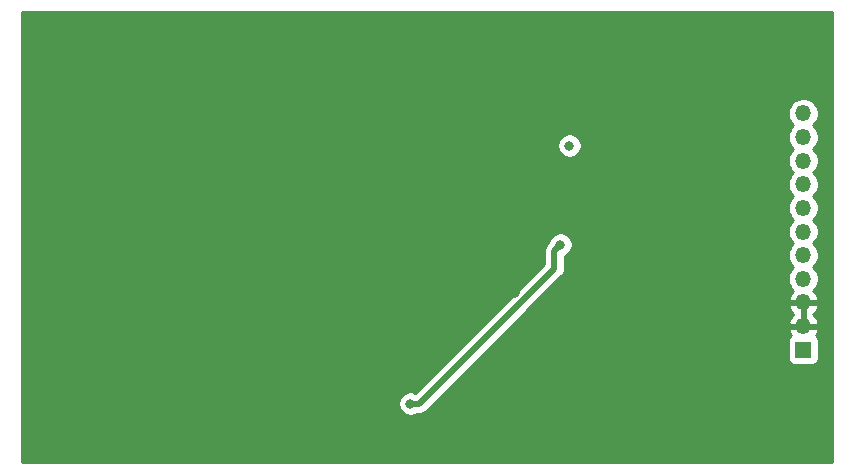
<source format=gbr>
G04 #@! TF.GenerationSoftware,KiCad,Pcbnew,(5.1.5-0-10_14)*
G04 #@! TF.CreationDate,2020-05-27T20:18:48+02:00*
G04 #@! TF.ProjectId,roxie-lcd,726f7869-652d-46c6-9364-2e6b69636164,rev?*
G04 #@! TF.SameCoordinates,Original*
G04 #@! TF.FileFunction,Copper,L2,Bot*
G04 #@! TF.FilePolarity,Positive*
%FSLAX46Y46*%
G04 Gerber Fmt 4.6, Leading zero omitted, Abs format (unit mm)*
G04 Created by KiCad (PCBNEW (5.1.5-0-10_14)) date 2020-05-27 20:18:48*
%MOMM*%
%LPD*%
G04 APERTURE LIST*
%ADD10O,1.350000X1.350000*%
%ADD11R,1.350000X1.350000*%
%ADD12C,0.800000*%
%ADD13C,0.500000*%
%ADD14C,0.254000*%
G04 APERTURE END LIST*
D10*
X85852000Y-28258000D03*
X85852000Y-30258000D03*
X85852000Y-32258000D03*
X85852000Y-34258000D03*
X85852000Y-36258000D03*
X85852000Y-38258000D03*
X85852000Y-40258000D03*
X85852000Y-42258000D03*
X85852000Y-44258000D03*
X85852000Y-46258000D03*
D11*
X85852000Y-48258000D03*
D12*
X61468000Y-43434000D03*
X72771000Y-45847000D03*
X73406000Y-36322000D03*
X59436000Y-36957000D03*
X48260000Y-50165000D03*
X43815000Y-49530000D03*
X43815000Y-31750000D03*
X43815000Y-26035000D03*
X65024000Y-28702000D03*
X52578000Y-52832000D03*
X65278000Y-39370000D03*
X66040000Y-30988000D03*
D13*
X53328002Y-52832000D02*
X64770000Y-41390002D01*
X52578000Y-52832000D02*
X53328002Y-52832000D01*
X64770000Y-39878000D02*
X65278000Y-39370000D01*
X64770000Y-41390002D02*
X64770000Y-39878000D01*
D14*
G36*
X88265000Y-57785000D02*
G01*
X19685000Y-57785000D01*
X19685000Y-52730061D01*
X51543000Y-52730061D01*
X51543000Y-52933939D01*
X51582774Y-53133898D01*
X51660795Y-53322256D01*
X51774063Y-53491774D01*
X51918226Y-53635937D01*
X52087744Y-53749205D01*
X52276102Y-53827226D01*
X52476061Y-53867000D01*
X52679939Y-53867000D01*
X52879898Y-53827226D01*
X53068256Y-53749205D01*
X53116454Y-53717000D01*
X53284533Y-53717000D01*
X53328002Y-53721281D01*
X53371471Y-53717000D01*
X53371479Y-53717000D01*
X53501492Y-53704195D01*
X53668315Y-53653589D01*
X53822061Y-53571411D01*
X53956819Y-53460817D01*
X53984536Y-53427044D01*
X59828580Y-47583000D01*
X84538928Y-47583000D01*
X84538928Y-48933000D01*
X84551188Y-49057482D01*
X84587498Y-49177180D01*
X84646463Y-49287494D01*
X84725815Y-49384185D01*
X84822506Y-49463537D01*
X84932820Y-49522502D01*
X85052518Y-49558812D01*
X85177000Y-49571072D01*
X86527000Y-49571072D01*
X86651482Y-49558812D01*
X86771180Y-49522502D01*
X86881494Y-49463537D01*
X86978185Y-49384185D01*
X87057537Y-49287494D01*
X87116502Y-49177180D01*
X87152812Y-49057482D01*
X87165072Y-48933000D01*
X87165072Y-47583000D01*
X87152812Y-47458518D01*
X87116502Y-47338820D01*
X87057537Y-47228506D01*
X86978185Y-47131815D01*
X86884441Y-47054881D01*
X86981473Y-46921629D01*
X87089238Y-46688528D01*
X87119910Y-46587400D01*
X86996224Y-46385000D01*
X85979000Y-46385000D01*
X85979000Y-46405000D01*
X85725000Y-46405000D01*
X85725000Y-46385000D01*
X84707776Y-46385000D01*
X84584090Y-46587400D01*
X84614762Y-46688528D01*
X84722527Y-46921629D01*
X84819559Y-47054881D01*
X84725815Y-47131815D01*
X84646463Y-47228506D01*
X84587498Y-47338820D01*
X84551188Y-47458518D01*
X84538928Y-47583000D01*
X59828580Y-47583000D01*
X62824180Y-44587400D01*
X84584090Y-44587400D01*
X84614762Y-44688528D01*
X84722527Y-44921629D01*
X84873697Y-45129227D01*
X85013304Y-45258000D01*
X84873697Y-45386773D01*
X84722527Y-45594371D01*
X84614762Y-45827472D01*
X84584090Y-45928600D01*
X84707776Y-46131000D01*
X85725000Y-46131000D01*
X85725000Y-44385000D01*
X85979000Y-44385000D01*
X85979000Y-46131000D01*
X86996224Y-46131000D01*
X87119910Y-45928600D01*
X87089238Y-45827472D01*
X86981473Y-45594371D01*
X86830303Y-45386773D01*
X86690696Y-45258000D01*
X86830303Y-45129227D01*
X86981473Y-44921629D01*
X87089238Y-44688528D01*
X87119910Y-44587400D01*
X86996224Y-44385000D01*
X85979000Y-44385000D01*
X85725000Y-44385000D01*
X84707776Y-44385000D01*
X84584090Y-44587400D01*
X62824180Y-44587400D01*
X65365051Y-42046530D01*
X65398817Y-42018819D01*
X65509411Y-41884061D01*
X65591589Y-41730315D01*
X65642195Y-41563492D01*
X65655000Y-41433479D01*
X65655000Y-41433471D01*
X65659281Y-41390002D01*
X65655000Y-41346533D01*
X65655000Y-40334118D01*
X65768256Y-40287205D01*
X65937774Y-40173937D01*
X66081937Y-40029774D01*
X66195205Y-39860256D01*
X66273226Y-39671898D01*
X66313000Y-39471939D01*
X66313000Y-39268061D01*
X66273226Y-39068102D01*
X66195205Y-38879744D01*
X66081937Y-38710226D01*
X65937774Y-38566063D01*
X65768256Y-38452795D01*
X65579898Y-38374774D01*
X65379939Y-38335000D01*
X65176061Y-38335000D01*
X64976102Y-38374774D01*
X64787744Y-38452795D01*
X64618226Y-38566063D01*
X64474063Y-38710226D01*
X64360795Y-38879744D01*
X64282774Y-39068102D01*
X64271465Y-39124957D01*
X64174952Y-39221470D01*
X64141184Y-39249183D01*
X64113471Y-39282951D01*
X64113468Y-39282954D01*
X64030590Y-39383941D01*
X63948412Y-39537687D01*
X63897805Y-39704510D01*
X63880719Y-39878000D01*
X63885001Y-39921479D01*
X63885000Y-41023423D01*
X53015487Y-51892937D01*
X52879898Y-51836774D01*
X52679939Y-51797000D01*
X52476061Y-51797000D01*
X52276102Y-51836774D01*
X52087744Y-51914795D01*
X51918226Y-52028063D01*
X51774063Y-52172226D01*
X51660795Y-52341744D01*
X51582774Y-52530102D01*
X51543000Y-52730061D01*
X19685000Y-52730061D01*
X19685000Y-30886061D01*
X65005000Y-30886061D01*
X65005000Y-31089939D01*
X65044774Y-31289898D01*
X65122795Y-31478256D01*
X65236063Y-31647774D01*
X65380226Y-31791937D01*
X65549744Y-31905205D01*
X65738102Y-31983226D01*
X65938061Y-32023000D01*
X66141939Y-32023000D01*
X66341898Y-31983226D01*
X66530256Y-31905205D01*
X66699774Y-31791937D01*
X66843937Y-31647774D01*
X66957205Y-31478256D01*
X67035226Y-31289898D01*
X67075000Y-31089939D01*
X67075000Y-30886061D01*
X67035226Y-30686102D01*
X66957205Y-30497744D01*
X66843937Y-30328226D01*
X66699774Y-30184063D01*
X66530256Y-30070795D01*
X66341898Y-29992774D01*
X66141939Y-29953000D01*
X65938061Y-29953000D01*
X65738102Y-29992774D01*
X65549744Y-30070795D01*
X65380226Y-30184063D01*
X65236063Y-30328226D01*
X65122795Y-30497744D01*
X65044774Y-30686102D01*
X65005000Y-30886061D01*
X19685000Y-30886061D01*
X19685000Y-28128976D01*
X84542000Y-28128976D01*
X84542000Y-28387024D01*
X84592342Y-28640113D01*
X84691093Y-28878518D01*
X84834456Y-29093077D01*
X84999379Y-29258000D01*
X84834456Y-29422923D01*
X84691093Y-29637482D01*
X84592342Y-29875887D01*
X84542000Y-30128976D01*
X84542000Y-30387024D01*
X84592342Y-30640113D01*
X84691093Y-30878518D01*
X84834456Y-31093077D01*
X84999379Y-31258000D01*
X84834456Y-31422923D01*
X84691093Y-31637482D01*
X84592342Y-31875887D01*
X84542000Y-32128976D01*
X84542000Y-32387024D01*
X84592342Y-32640113D01*
X84691093Y-32878518D01*
X84834456Y-33093077D01*
X84999379Y-33258000D01*
X84834456Y-33422923D01*
X84691093Y-33637482D01*
X84592342Y-33875887D01*
X84542000Y-34128976D01*
X84542000Y-34387024D01*
X84592342Y-34640113D01*
X84691093Y-34878518D01*
X84834456Y-35093077D01*
X84999379Y-35258000D01*
X84834456Y-35422923D01*
X84691093Y-35637482D01*
X84592342Y-35875887D01*
X84542000Y-36128976D01*
X84542000Y-36387024D01*
X84592342Y-36640113D01*
X84691093Y-36878518D01*
X84834456Y-37093077D01*
X84999379Y-37258000D01*
X84834456Y-37422923D01*
X84691093Y-37637482D01*
X84592342Y-37875887D01*
X84542000Y-38128976D01*
X84542000Y-38387024D01*
X84592342Y-38640113D01*
X84691093Y-38878518D01*
X84834456Y-39093077D01*
X84999379Y-39258000D01*
X84834456Y-39422923D01*
X84691093Y-39637482D01*
X84592342Y-39875887D01*
X84542000Y-40128976D01*
X84542000Y-40387024D01*
X84592342Y-40640113D01*
X84691093Y-40878518D01*
X84834456Y-41093077D01*
X84999379Y-41258000D01*
X84834456Y-41422923D01*
X84691093Y-41637482D01*
X84592342Y-41875887D01*
X84542000Y-42128976D01*
X84542000Y-42387024D01*
X84592342Y-42640113D01*
X84691093Y-42878518D01*
X84834456Y-43093077D01*
X85006060Y-43264681D01*
X84873697Y-43386773D01*
X84722527Y-43594371D01*
X84614762Y-43827472D01*
X84584090Y-43928600D01*
X84707776Y-44131000D01*
X85725000Y-44131000D01*
X85725000Y-44111000D01*
X85979000Y-44111000D01*
X85979000Y-44131000D01*
X86996224Y-44131000D01*
X87119910Y-43928600D01*
X87089238Y-43827472D01*
X86981473Y-43594371D01*
X86830303Y-43386773D01*
X86697940Y-43264681D01*
X86869544Y-43093077D01*
X87012907Y-42878518D01*
X87111658Y-42640113D01*
X87162000Y-42387024D01*
X87162000Y-42128976D01*
X87111658Y-41875887D01*
X87012907Y-41637482D01*
X86869544Y-41422923D01*
X86704621Y-41258000D01*
X86869544Y-41093077D01*
X87012907Y-40878518D01*
X87111658Y-40640113D01*
X87162000Y-40387024D01*
X87162000Y-40128976D01*
X87111658Y-39875887D01*
X87012907Y-39637482D01*
X86869544Y-39422923D01*
X86704621Y-39258000D01*
X86869544Y-39093077D01*
X87012907Y-38878518D01*
X87111658Y-38640113D01*
X87162000Y-38387024D01*
X87162000Y-38128976D01*
X87111658Y-37875887D01*
X87012907Y-37637482D01*
X86869544Y-37422923D01*
X86704621Y-37258000D01*
X86869544Y-37093077D01*
X87012907Y-36878518D01*
X87111658Y-36640113D01*
X87162000Y-36387024D01*
X87162000Y-36128976D01*
X87111658Y-35875887D01*
X87012907Y-35637482D01*
X86869544Y-35422923D01*
X86704621Y-35258000D01*
X86869544Y-35093077D01*
X87012907Y-34878518D01*
X87111658Y-34640113D01*
X87162000Y-34387024D01*
X87162000Y-34128976D01*
X87111658Y-33875887D01*
X87012907Y-33637482D01*
X86869544Y-33422923D01*
X86704621Y-33258000D01*
X86869544Y-33093077D01*
X87012907Y-32878518D01*
X87111658Y-32640113D01*
X87162000Y-32387024D01*
X87162000Y-32128976D01*
X87111658Y-31875887D01*
X87012907Y-31637482D01*
X86869544Y-31422923D01*
X86704621Y-31258000D01*
X86869544Y-31093077D01*
X87012907Y-30878518D01*
X87111658Y-30640113D01*
X87162000Y-30387024D01*
X87162000Y-30128976D01*
X87111658Y-29875887D01*
X87012907Y-29637482D01*
X86869544Y-29422923D01*
X86704621Y-29258000D01*
X86869544Y-29093077D01*
X87012907Y-28878518D01*
X87111658Y-28640113D01*
X87162000Y-28387024D01*
X87162000Y-28128976D01*
X87111658Y-27875887D01*
X87012907Y-27637482D01*
X86869544Y-27422923D01*
X86687077Y-27240456D01*
X86472518Y-27097093D01*
X86234113Y-26998342D01*
X85981024Y-26948000D01*
X85722976Y-26948000D01*
X85469887Y-26998342D01*
X85231482Y-27097093D01*
X85016923Y-27240456D01*
X84834456Y-27422923D01*
X84691093Y-27637482D01*
X84592342Y-27875887D01*
X84542000Y-28128976D01*
X19685000Y-28128976D01*
X19685000Y-19685000D01*
X88265000Y-19685000D01*
X88265000Y-57785000D01*
G37*
X88265000Y-57785000D02*
X19685000Y-57785000D01*
X19685000Y-52730061D01*
X51543000Y-52730061D01*
X51543000Y-52933939D01*
X51582774Y-53133898D01*
X51660795Y-53322256D01*
X51774063Y-53491774D01*
X51918226Y-53635937D01*
X52087744Y-53749205D01*
X52276102Y-53827226D01*
X52476061Y-53867000D01*
X52679939Y-53867000D01*
X52879898Y-53827226D01*
X53068256Y-53749205D01*
X53116454Y-53717000D01*
X53284533Y-53717000D01*
X53328002Y-53721281D01*
X53371471Y-53717000D01*
X53371479Y-53717000D01*
X53501492Y-53704195D01*
X53668315Y-53653589D01*
X53822061Y-53571411D01*
X53956819Y-53460817D01*
X53984536Y-53427044D01*
X59828580Y-47583000D01*
X84538928Y-47583000D01*
X84538928Y-48933000D01*
X84551188Y-49057482D01*
X84587498Y-49177180D01*
X84646463Y-49287494D01*
X84725815Y-49384185D01*
X84822506Y-49463537D01*
X84932820Y-49522502D01*
X85052518Y-49558812D01*
X85177000Y-49571072D01*
X86527000Y-49571072D01*
X86651482Y-49558812D01*
X86771180Y-49522502D01*
X86881494Y-49463537D01*
X86978185Y-49384185D01*
X87057537Y-49287494D01*
X87116502Y-49177180D01*
X87152812Y-49057482D01*
X87165072Y-48933000D01*
X87165072Y-47583000D01*
X87152812Y-47458518D01*
X87116502Y-47338820D01*
X87057537Y-47228506D01*
X86978185Y-47131815D01*
X86884441Y-47054881D01*
X86981473Y-46921629D01*
X87089238Y-46688528D01*
X87119910Y-46587400D01*
X86996224Y-46385000D01*
X85979000Y-46385000D01*
X85979000Y-46405000D01*
X85725000Y-46405000D01*
X85725000Y-46385000D01*
X84707776Y-46385000D01*
X84584090Y-46587400D01*
X84614762Y-46688528D01*
X84722527Y-46921629D01*
X84819559Y-47054881D01*
X84725815Y-47131815D01*
X84646463Y-47228506D01*
X84587498Y-47338820D01*
X84551188Y-47458518D01*
X84538928Y-47583000D01*
X59828580Y-47583000D01*
X62824180Y-44587400D01*
X84584090Y-44587400D01*
X84614762Y-44688528D01*
X84722527Y-44921629D01*
X84873697Y-45129227D01*
X85013304Y-45258000D01*
X84873697Y-45386773D01*
X84722527Y-45594371D01*
X84614762Y-45827472D01*
X84584090Y-45928600D01*
X84707776Y-46131000D01*
X85725000Y-46131000D01*
X85725000Y-44385000D01*
X85979000Y-44385000D01*
X85979000Y-46131000D01*
X86996224Y-46131000D01*
X87119910Y-45928600D01*
X87089238Y-45827472D01*
X86981473Y-45594371D01*
X86830303Y-45386773D01*
X86690696Y-45258000D01*
X86830303Y-45129227D01*
X86981473Y-44921629D01*
X87089238Y-44688528D01*
X87119910Y-44587400D01*
X86996224Y-44385000D01*
X85979000Y-44385000D01*
X85725000Y-44385000D01*
X84707776Y-44385000D01*
X84584090Y-44587400D01*
X62824180Y-44587400D01*
X65365051Y-42046530D01*
X65398817Y-42018819D01*
X65509411Y-41884061D01*
X65591589Y-41730315D01*
X65642195Y-41563492D01*
X65655000Y-41433479D01*
X65655000Y-41433471D01*
X65659281Y-41390002D01*
X65655000Y-41346533D01*
X65655000Y-40334118D01*
X65768256Y-40287205D01*
X65937774Y-40173937D01*
X66081937Y-40029774D01*
X66195205Y-39860256D01*
X66273226Y-39671898D01*
X66313000Y-39471939D01*
X66313000Y-39268061D01*
X66273226Y-39068102D01*
X66195205Y-38879744D01*
X66081937Y-38710226D01*
X65937774Y-38566063D01*
X65768256Y-38452795D01*
X65579898Y-38374774D01*
X65379939Y-38335000D01*
X65176061Y-38335000D01*
X64976102Y-38374774D01*
X64787744Y-38452795D01*
X64618226Y-38566063D01*
X64474063Y-38710226D01*
X64360795Y-38879744D01*
X64282774Y-39068102D01*
X64271465Y-39124957D01*
X64174952Y-39221470D01*
X64141184Y-39249183D01*
X64113471Y-39282951D01*
X64113468Y-39282954D01*
X64030590Y-39383941D01*
X63948412Y-39537687D01*
X63897805Y-39704510D01*
X63880719Y-39878000D01*
X63885001Y-39921479D01*
X63885000Y-41023423D01*
X53015487Y-51892937D01*
X52879898Y-51836774D01*
X52679939Y-51797000D01*
X52476061Y-51797000D01*
X52276102Y-51836774D01*
X52087744Y-51914795D01*
X51918226Y-52028063D01*
X51774063Y-52172226D01*
X51660795Y-52341744D01*
X51582774Y-52530102D01*
X51543000Y-52730061D01*
X19685000Y-52730061D01*
X19685000Y-30886061D01*
X65005000Y-30886061D01*
X65005000Y-31089939D01*
X65044774Y-31289898D01*
X65122795Y-31478256D01*
X65236063Y-31647774D01*
X65380226Y-31791937D01*
X65549744Y-31905205D01*
X65738102Y-31983226D01*
X65938061Y-32023000D01*
X66141939Y-32023000D01*
X66341898Y-31983226D01*
X66530256Y-31905205D01*
X66699774Y-31791937D01*
X66843937Y-31647774D01*
X66957205Y-31478256D01*
X67035226Y-31289898D01*
X67075000Y-31089939D01*
X67075000Y-30886061D01*
X67035226Y-30686102D01*
X66957205Y-30497744D01*
X66843937Y-30328226D01*
X66699774Y-30184063D01*
X66530256Y-30070795D01*
X66341898Y-29992774D01*
X66141939Y-29953000D01*
X65938061Y-29953000D01*
X65738102Y-29992774D01*
X65549744Y-30070795D01*
X65380226Y-30184063D01*
X65236063Y-30328226D01*
X65122795Y-30497744D01*
X65044774Y-30686102D01*
X65005000Y-30886061D01*
X19685000Y-30886061D01*
X19685000Y-28128976D01*
X84542000Y-28128976D01*
X84542000Y-28387024D01*
X84592342Y-28640113D01*
X84691093Y-28878518D01*
X84834456Y-29093077D01*
X84999379Y-29258000D01*
X84834456Y-29422923D01*
X84691093Y-29637482D01*
X84592342Y-29875887D01*
X84542000Y-30128976D01*
X84542000Y-30387024D01*
X84592342Y-30640113D01*
X84691093Y-30878518D01*
X84834456Y-31093077D01*
X84999379Y-31258000D01*
X84834456Y-31422923D01*
X84691093Y-31637482D01*
X84592342Y-31875887D01*
X84542000Y-32128976D01*
X84542000Y-32387024D01*
X84592342Y-32640113D01*
X84691093Y-32878518D01*
X84834456Y-33093077D01*
X84999379Y-33258000D01*
X84834456Y-33422923D01*
X84691093Y-33637482D01*
X84592342Y-33875887D01*
X84542000Y-34128976D01*
X84542000Y-34387024D01*
X84592342Y-34640113D01*
X84691093Y-34878518D01*
X84834456Y-35093077D01*
X84999379Y-35258000D01*
X84834456Y-35422923D01*
X84691093Y-35637482D01*
X84592342Y-35875887D01*
X84542000Y-36128976D01*
X84542000Y-36387024D01*
X84592342Y-36640113D01*
X84691093Y-36878518D01*
X84834456Y-37093077D01*
X84999379Y-37258000D01*
X84834456Y-37422923D01*
X84691093Y-37637482D01*
X84592342Y-37875887D01*
X84542000Y-38128976D01*
X84542000Y-38387024D01*
X84592342Y-38640113D01*
X84691093Y-38878518D01*
X84834456Y-39093077D01*
X84999379Y-39258000D01*
X84834456Y-39422923D01*
X84691093Y-39637482D01*
X84592342Y-39875887D01*
X84542000Y-40128976D01*
X84542000Y-40387024D01*
X84592342Y-40640113D01*
X84691093Y-40878518D01*
X84834456Y-41093077D01*
X84999379Y-41258000D01*
X84834456Y-41422923D01*
X84691093Y-41637482D01*
X84592342Y-41875887D01*
X84542000Y-42128976D01*
X84542000Y-42387024D01*
X84592342Y-42640113D01*
X84691093Y-42878518D01*
X84834456Y-43093077D01*
X85006060Y-43264681D01*
X84873697Y-43386773D01*
X84722527Y-43594371D01*
X84614762Y-43827472D01*
X84584090Y-43928600D01*
X84707776Y-44131000D01*
X85725000Y-44131000D01*
X85725000Y-44111000D01*
X85979000Y-44111000D01*
X85979000Y-44131000D01*
X86996224Y-44131000D01*
X87119910Y-43928600D01*
X87089238Y-43827472D01*
X86981473Y-43594371D01*
X86830303Y-43386773D01*
X86697940Y-43264681D01*
X86869544Y-43093077D01*
X87012907Y-42878518D01*
X87111658Y-42640113D01*
X87162000Y-42387024D01*
X87162000Y-42128976D01*
X87111658Y-41875887D01*
X87012907Y-41637482D01*
X86869544Y-41422923D01*
X86704621Y-41258000D01*
X86869544Y-41093077D01*
X87012907Y-40878518D01*
X87111658Y-40640113D01*
X87162000Y-40387024D01*
X87162000Y-40128976D01*
X87111658Y-39875887D01*
X87012907Y-39637482D01*
X86869544Y-39422923D01*
X86704621Y-39258000D01*
X86869544Y-39093077D01*
X87012907Y-38878518D01*
X87111658Y-38640113D01*
X87162000Y-38387024D01*
X87162000Y-38128976D01*
X87111658Y-37875887D01*
X87012907Y-37637482D01*
X86869544Y-37422923D01*
X86704621Y-37258000D01*
X86869544Y-37093077D01*
X87012907Y-36878518D01*
X87111658Y-36640113D01*
X87162000Y-36387024D01*
X87162000Y-36128976D01*
X87111658Y-35875887D01*
X87012907Y-35637482D01*
X86869544Y-35422923D01*
X86704621Y-35258000D01*
X86869544Y-35093077D01*
X87012907Y-34878518D01*
X87111658Y-34640113D01*
X87162000Y-34387024D01*
X87162000Y-34128976D01*
X87111658Y-33875887D01*
X87012907Y-33637482D01*
X86869544Y-33422923D01*
X86704621Y-33258000D01*
X86869544Y-33093077D01*
X87012907Y-32878518D01*
X87111658Y-32640113D01*
X87162000Y-32387024D01*
X87162000Y-32128976D01*
X87111658Y-31875887D01*
X87012907Y-31637482D01*
X86869544Y-31422923D01*
X86704621Y-31258000D01*
X86869544Y-31093077D01*
X87012907Y-30878518D01*
X87111658Y-30640113D01*
X87162000Y-30387024D01*
X87162000Y-30128976D01*
X87111658Y-29875887D01*
X87012907Y-29637482D01*
X86869544Y-29422923D01*
X86704621Y-29258000D01*
X86869544Y-29093077D01*
X87012907Y-28878518D01*
X87111658Y-28640113D01*
X87162000Y-28387024D01*
X87162000Y-28128976D01*
X87111658Y-27875887D01*
X87012907Y-27637482D01*
X86869544Y-27422923D01*
X86687077Y-27240456D01*
X86472518Y-27097093D01*
X86234113Y-26998342D01*
X85981024Y-26948000D01*
X85722976Y-26948000D01*
X85469887Y-26998342D01*
X85231482Y-27097093D01*
X85016923Y-27240456D01*
X84834456Y-27422923D01*
X84691093Y-27637482D01*
X84592342Y-27875887D01*
X84542000Y-28128976D01*
X19685000Y-28128976D01*
X19685000Y-19685000D01*
X88265000Y-19685000D01*
X88265000Y-57785000D01*
M02*

</source>
